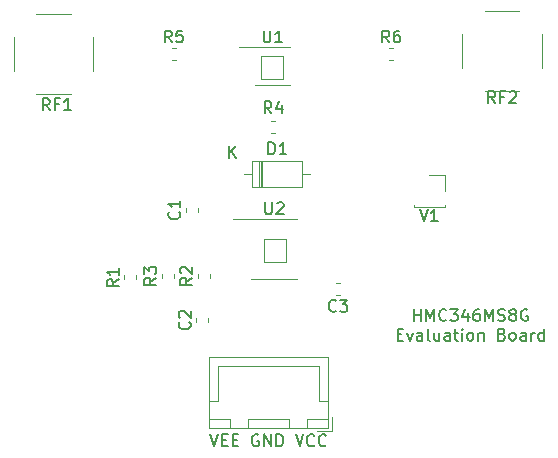
<source format=gbr>
G04 #@! TF.GenerationSoftware,KiCad,Pcbnew,(5.1.2)-2*
G04 #@! TF.CreationDate,2019-07-11T10:47:11+08:00*
G04 #@! TF.ProjectId,HMC346AMS8GE,484d4333-3436-4414-9d53-3847452e6b69,rev?*
G04 #@! TF.SameCoordinates,Original*
G04 #@! TF.FileFunction,Legend,Top*
G04 #@! TF.FilePolarity,Positive*
%FSLAX46Y46*%
G04 Gerber Fmt 4.6, Leading zero omitted, Abs format (unit mm)*
G04 Created by KiCad (PCBNEW (5.1.2)-2) date 2019-07-11 10:47:11*
%MOMM*%
%LPD*%
G04 APERTURE LIST*
%ADD10C,0.150000*%
%ADD11C,0.120000*%
G04 APERTURE END LIST*
D10*
X155210476Y-109736380D02*
X155210476Y-108736380D01*
X155210476Y-109212571D02*
X155781904Y-109212571D01*
X155781904Y-109736380D02*
X155781904Y-108736380D01*
X156258095Y-109736380D02*
X156258095Y-108736380D01*
X156591428Y-109450666D01*
X156924761Y-108736380D01*
X156924761Y-109736380D01*
X157972380Y-109641142D02*
X157924761Y-109688761D01*
X157781904Y-109736380D01*
X157686666Y-109736380D01*
X157543809Y-109688761D01*
X157448571Y-109593523D01*
X157400952Y-109498285D01*
X157353333Y-109307809D01*
X157353333Y-109164952D01*
X157400952Y-108974476D01*
X157448571Y-108879238D01*
X157543809Y-108784000D01*
X157686666Y-108736380D01*
X157781904Y-108736380D01*
X157924761Y-108784000D01*
X157972380Y-108831619D01*
X158305714Y-108736380D02*
X158924761Y-108736380D01*
X158591428Y-109117333D01*
X158734285Y-109117333D01*
X158829523Y-109164952D01*
X158877142Y-109212571D01*
X158924761Y-109307809D01*
X158924761Y-109545904D01*
X158877142Y-109641142D01*
X158829523Y-109688761D01*
X158734285Y-109736380D01*
X158448571Y-109736380D01*
X158353333Y-109688761D01*
X158305714Y-109641142D01*
X159781904Y-109069714D02*
X159781904Y-109736380D01*
X159543809Y-108688761D02*
X159305714Y-109403047D01*
X159924761Y-109403047D01*
X160734285Y-108736380D02*
X160543809Y-108736380D01*
X160448571Y-108784000D01*
X160400952Y-108831619D01*
X160305714Y-108974476D01*
X160258095Y-109164952D01*
X160258095Y-109545904D01*
X160305714Y-109641142D01*
X160353333Y-109688761D01*
X160448571Y-109736380D01*
X160639047Y-109736380D01*
X160734285Y-109688761D01*
X160781904Y-109641142D01*
X160829523Y-109545904D01*
X160829523Y-109307809D01*
X160781904Y-109212571D01*
X160734285Y-109164952D01*
X160639047Y-109117333D01*
X160448571Y-109117333D01*
X160353333Y-109164952D01*
X160305714Y-109212571D01*
X160258095Y-109307809D01*
X161258095Y-109736380D02*
X161258095Y-108736380D01*
X161591428Y-109450666D01*
X161924761Y-108736380D01*
X161924761Y-109736380D01*
X162353333Y-109688761D02*
X162496190Y-109736380D01*
X162734285Y-109736380D01*
X162829523Y-109688761D01*
X162877142Y-109641142D01*
X162924761Y-109545904D01*
X162924761Y-109450666D01*
X162877142Y-109355428D01*
X162829523Y-109307809D01*
X162734285Y-109260190D01*
X162543809Y-109212571D01*
X162448571Y-109164952D01*
X162400952Y-109117333D01*
X162353333Y-109022095D01*
X162353333Y-108926857D01*
X162400952Y-108831619D01*
X162448571Y-108784000D01*
X162543809Y-108736380D01*
X162781904Y-108736380D01*
X162924761Y-108784000D01*
X163496190Y-109164952D02*
X163400952Y-109117333D01*
X163353333Y-109069714D01*
X163305714Y-108974476D01*
X163305714Y-108926857D01*
X163353333Y-108831619D01*
X163400952Y-108784000D01*
X163496190Y-108736380D01*
X163686666Y-108736380D01*
X163781904Y-108784000D01*
X163829523Y-108831619D01*
X163877142Y-108926857D01*
X163877142Y-108974476D01*
X163829523Y-109069714D01*
X163781904Y-109117333D01*
X163686666Y-109164952D01*
X163496190Y-109164952D01*
X163400952Y-109212571D01*
X163353333Y-109260190D01*
X163305714Y-109355428D01*
X163305714Y-109545904D01*
X163353333Y-109641142D01*
X163400952Y-109688761D01*
X163496190Y-109736380D01*
X163686666Y-109736380D01*
X163781904Y-109688761D01*
X163829523Y-109641142D01*
X163877142Y-109545904D01*
X163877142Y-109355428D01*
X163829523Y-109260190D01*
X163781904Y-109212571D01*
X163686666Y-109164952D01*
X164829523Y-108784000D02*
X164734285Y-108736380D01*
X164591428Y-108736380D01*
X164448571Y-108784000D01*
X164353333Y-108879238D01*
X164305714Y-108974476D01*
X164258095Y-109164952D01*
X164258095Y-109307809D01*
X164305714Y-109498285D01*
X164353333Y-109593523D01*
X164448571Y-109688761D01*
X164591428Y-109736380D01*
X164686666Y-109736380D01*
X164829523Y-109688761D01*
X164877142Y-109641142D01*
X164877142Y-109307809D01*
X164686666Y-109307809D01*
X153829523Y-110862571D02*
X154162857Y-110862571D01*
X154305714Y-111386380D02*
X153829523Y-111386380D01*
X153829523Y-110386380D01*
X154305714Y-110386380D01*
X154639047Y-110719714D02*
X154877142Y-111386380D01*
X155115238Y-110719714D01*
X155924761Y-111386380D02*
X155924761Y-110862571D01*
X155877142Y-110767333D01*
X155781904Y-110719714D01*
X155591428Y-110719714D01*
X155496190Y-110767333D01*
X155924761Y-111338761D02*
X155829523Y-111386380D01*
X155591428Y-111386380D01*
X155496190Y-111338761D01*
X155448571Y-111243523D01*
X155448571Y-111148285D01*
X155496190Y-111053047D01*
X155591428Y-111005428D01*
X155829523Y-111005428D01*
X155924761Y-110957809D01*
X156543809Y-111386380D02*
X156448571Y-111338761D01*
X156400952Y-111243523D01*
X156400952Y-110386380D01*
X157353333Y-110719714D02*
X157353333Y-111386380D01*
X156924761Y-110719714D02*
X156924761Y-111243523D01*
X156972380Y-111338761D01*
X157067619Y-111386380D01*
X157210476Y-111386380D01*
X157305714Y-111338761D01*
X157353333Y-111291142D01*
X158258095Y-111386380D02*
X158258095Y-110862571D01*
X158210476Y-110767333D01*
X158115238Y-110719714D01*
X157924761Y-110719714D01*
X157829523Y-110767333D01*
X158258095Y-111338761D02*
X158162857Y-111386380D01*
X157924761Y-111386380D01*
X157829523Y-111338761D01*
X157781904Y-111243523D01*
X157781904Y-111148285D01*
X157829523Y-111053047D01*
X157924761Y-111005428D01*
X158162857Y-111005428D01*
X158258095Y-110957809D01*
X158591428Y-110719714D02*
X158972380Y-110719714D01*
X158734285Y-110386380D02*
X158734285Y-111243523D01*
X158781904Y-111338761D01*
X158877142Y-111386380D01*
X158972380Y-111386380D01*
X159305714Y-111386380D02*
X159305714Y-110719714D01*
X159305714Y-110386380D02*
X159258095Y-110434000D01*
X159305714Y-110481619D01*
X159353333Y-110434000D01*
X159305714Y-110386380D01*
X159305714Y-110481619D01*
X159924761Y-111386380D02*
X159829523Y-111338761D01*
X159781904Y-111291142D01*
X159734285Y-111195904D01*
X159734285Y-110910190D01*
X159781904Y-110814952D01*
X159829523Y-110767333D01*
X159924761Y-110719714D01*
X160067619Y-110719714D01*
X160162857Y-110767333D01*
X160210476Y-110814952D01*
X160258095Y-110910190D01*
X160258095Y-111195904D01*
X160210476Y-111291142D01*
X160162857Y-111338761D01*
X160067619Y-111386380D01*
X159924761Y-111386380D01*
X160686666Y-110719714D02*
X160686666Y-111386380D01*
X160686666Y-110814952D02*
X160734285Y-110767333D01*
X160829523Y-110719714D01*
X160972380Y-110719714D01*
X161067619Y-110767333D01*
X161115238Y-110862571D01*
X161115238Y-111386380D01*
X162686666Y-110862571D02*
X162829523Y-110910190D01*
X162877142Y-110957809D01*
X162924761Y-111053047D01*
X162924761Y-111195904D01*
X162877142Y-111291142D01*
X162829523Y-111338761D01*
X162734285Y-111386380D01*
X162353333Y-111386380D01*
X162353333Y-110386380D01*
X162686666Y-110386380D01*
X162781904Y-110434000D01*
X162829523Y-110481619D01*
X162877142Y-110576857D01*
X162877142Y-110672095D01*
X162829523Y-110767333D01*
X162781904Y-110814952D01*
X162686666Y-110862571D01*
X162353333Y-110862571D01*
X163496190Y-111386380D02*
X163400952Y-111338761D01*
X163353333Y-111291142D01*
X163305714Y-111195904D01*
X163305714Y-110910190D01*
X163353333Y-110814952D01*
X163400952Y-110767333D01*
X163496190Y-110719714D01*
X163639047Y-110719714D01*
X163734285Y-110767333D01*
X163781904Y-110814952D01*
X163829523Y-110910190D01*
X163829523Y-111195904D01*
X163781904Y-111291142D01*
X163734285Y-111338761D01*
X163639047Y-111386380D01*
X163496190Y-111386380D01*
X164686666Y-111386380D02*
X164686666Y-110862571D01*
X164639047Y-110767333D01*
X164543809Y-110719714D01*
X164353333Y-110719714D01*
X164258095Y-110767333D01*
X164686666Y-111338761D02*
X164591428Y-111386380D01*
X164353333Y-111386380D01*
X164258095Y-111338761D01*
X164210476Y-111243523D01*
X164210476Y-111148285D01*
X164258095Y-111053047D01*
X164353333Y-111005428D01*
X164591428Y-111005428D01*
X164686666Y-110957809D01*
X165162857Y-111386380D02*
X165162857Y-110719714D01*
X165162857Y-110910190D02*
X165210476Y-110814952D01*
X165258095Y-110767333D01*
X165353333Y-110719714D01*
X165448571Y-110719714D01*
X166210476Y-111386380D02*
X166210476Y-110386380D01*
X166210476Y-111338761D02*
X166115238Y-111386380D01*
X165924761Y-111386380D01*
X165829523Y-111338761D01*
X165781904Y-111291142D01*
X165734285Y-111195904D01*
X165734285Y-110910190D01*
X165781904Y-110814952D01*
X165829523Y-110767333D01*
X165924761Y-110719714D01*
X166115238Y-110719714D01*
X166210476Y-110767333D01*
D11*
X144156000Y-87315000D02*
X142306000Y-87315000D01*
X144156000Y-87365000D02*
X144156000Y-87315000D01*
X144156000Y-89215000D02*
X144156000Y-87365000D01*
X142306000Y-89215000D02*
X144156000Y-89215000D01*
X142306000Y-87315000D02*
X142306000Y-89215000D01*
X144410000Y-102809000D02*
X142560000Y-102809000D01*
X144410000Y-102859000D02*
X144410000Y-102809000D01*
X144410000Y-104709000D02*
X144410000Y-102859000D01*
X142560000Y-104709000D02*
X144410000Y-104709000D01*
X142560000Y-102809000D02*
X142560000Y-104709000D01*
X123264000Y-83767000D02*
X126164000Y-83767000D01*
X123264000Y-90477000D02*
X126164000Y-90477000D01*
X128069000Y-85672000D02*
X128069000Y-88572000D01*
X121359000Y-85672000D02*
X121359000Y-88572000D01*
X141517000Y-96162000D02*
X141517000Y-98402000D01*
X141517000Y-98402000D02*
X145757000Y-98402000D01*
X145757000Y-98402000D02*
X145757000Y-96162000D01*
X145757000Y-96162000D02*
X141517000Y-96162000D01*
X140867000Y-97282000D02*
X141517000Y-97282000D01*
X146407000Y-97282000D02*
X145757000Y-97282000D01*
X142237000Y-96162000D02*
X142237000Y-98402000D01*
X142357000Y-96162000D02*
X142357000Y-98402000D01*
X142117000Y-96162000D02*
X142117000Y-98402000D01*
X159332000Y-85418000D02*
X159332000Y-88318000D01*
X166042000Y-85418000D02*
X166042000Y-88318000D01*
X161237000Y-90223000D02*
X164137000Y-90223000D01*
X161237000Y-83513000D02*
X164137000Y-83513000D01*
X131701000Y-106216267D02*
X131701000Y-105873733D01*
X130681000Y-106216267D02*
X130681000Y-105873733D01*
X137924000Y-106089267D02*
X137924000Y-105746733D01*
X136904000Y-106089267D02*
X136904000Y-105746733D01*
X133856000Y-106089267D02*
X133856000Y-105746733D01*
X134876000Y-106089267D02*
X134876000Y-105746733D01*
X135888000Y-100501267D02*
X135888000Y-100158733D01*
X136908000Y-100501267D02*
X136908000Y-100158733D01*
X136777000Y-109835767D02*
X136777000Y-109493233D01*
X137797000Y-109835767D02*
X137797000Y-109493233D01*
X148951767Y-106551000D02*
X148609233Y-106551000D01*
X148951767Y-107571000D02*
X148609233Y-107571000D01*
X143256000Y-89748000D02*
X144756000Y-89748000D01*
X143256000Y-89748000D02*
X141756000Y-89748000D01*
X143256000Y-86528000D02*
X144756000Y-86528000D01*
X143256000Y-86528000D02*
X140381000Y-86528000D01*
X143427267Y-93855000D02*
X143084733Y-93855000D01*
X143427267Y-92835000D02*
X143084733Y-92835000D01*
X134702733Y-86612000D02*
X135045267Y-86612000D01*
X134702733Y-87632000D02*
X135045267Y-87632000D01*
X153117733Y-87632000D02*
X153460267Y-87632000D01*
X153117733Y-86612000D02*
X153460267Y-86612000D01*
X155197500Y-100072500D02*
X157857500Y-100072500D01*
X155197500Y-99952500D02*
X155197500Y-100072500D01*
X157857500Y-99952500D02*
X157857500Y-100072500D01*
X157857500Y-97412500D02*
X157857500Y-98742500D01*
X156527500Y-97412500D02*
X157857500Y-97412500D01*
X147975000Y-118792000D02*
X147975000Y-112822000D01*
X147975000Y-112822000D02*
X137855000Y-112822000D01*
X137855000Y-112822000D02*
X137855000Y-118792000D01*
X137855000Y-118792000D02*
X147975000Y-118792000D01*
X144665000Y-118782000D02*
X144665000Y-118032000D01*
X144665000Y-118032000D02*
X141165000Y-118032000D01*
X141165000Y-118032000D02*
X141165000Y-118782000D01*
X141165000Y-118782000D02*
X144665000Y-118782000D01*
X147965000Y-118782000D02*
X147965000Y-118032000D01*
X147965000Y-118032000D02*
X146165000Y-118032000D01*
X146165000Y-118032000D02*
X146165000Y-118782000D01*
X146165000Y-118782000D02*
X147965000Y-118782000D01*
X139665000Y-118782000D02*
X139665000Y-118032000D01*
X139665000Y-118032000D02*
X137865000Y-118032000D01*
X137865000Y-118032000D02*
X137865000Y-118782000D01*
X137865000Y-118782000D02*
X139665000Y-118782000D01*
X147965000Y-116532000D02*
X147215000Y-116532000D01*
X147215000Y-116532000D02*
X147215000Y-113582000D01*
X147215000Y-113582000D02*
X142915000Y-113582000D01*
X137865000Y-116532000D02*
X138615000Y-116532000D01*
X138615000Y-116532000D02*
X138615000Y-113582000D01*
X138615000Y-113582000D02*
X142915000Y-113582000D01*
X147015000Y-119082000D02*
X148265000Y-119082000D01*
X148265000Y-119082000D02*
X148265000Y-117832000D01*
X143383000Y-106192000D02*
X145333000Y-106192000D01*
X143383000Y-106192000D02*
X141433000Y-106192000D01*
X143383000Y-101072000D02*
X145333000Y-101072000D01*
X143383000Y-101072000D02*
X139933000Y-101072000D01*
D10*
X124372761Y-91892380D02*
X124039428Y-91416190D01*
X123801333Y-91892380D02*
X123801333Y-90892380D01*
X124182285Y-90892380D01*
X124277523Y-90940000D01*
X124325142Y-90987619D01*
X124372761Y-91082857D01*
X124372761Y-91225714D01*
X124325142Y-91320952D01*
X124277523Y-91368571D01*
X124182285Y-91416190D01*
X123801333Y-91416190D01*
X125134666Y-91368571D02*
X124801333Y-91368571D01*
X124801333Y-91892380D02*
X124801333Y-90892380D01*
X125277523Y-90892380D01*
X126182285Y-91892380D02*
X125610857Y-91892380D01*
X125896571Y-91892380D02*
X125896571Y-90892380D01*
X125801333Y-91035238D01*
X125706095Y-91130476D01*
X125610857Y-91178095D01*
X142898904Y-95614380D02*
X142898904Y-94614380D01*
X143137000Y-94614380D01*
X143279857Y-94662000D01*
X143375095Y-94757238D01*
X143422714Y-94852476D01*
X143470333Y-95042952D01*
X143470333Y-95185809D01*
X143422714Y-95376285D01*
X143375095Y-95471523D01*
X143279857Y-95566761D01*
X143137000Y-95614380D01*
X142898904Y-95614380D01*
X144422714Y-95614380D02*
X143851285Y-95614380D01*
X144137000Y-95614380D02*
X144137000Y-94614380D01*
X144041761Y-94757238D01*
X143946523Y-94852476D01*
X143851285Y-94900095D01*
X139565095Y-95934380D02*
X139565095Y-94934380D01*
X140136523Y-95934380D02*
X139707952Y-95362952D01*
X140136523Y-94934380D02*
X139565095Y-95505809D01*
X162091761Y-91257380D02*
X161758428Y-90781190D01*
X161520333Y-91257380D02*
X161520333Y-90257380D01*
X161901285Y-90257380D01*
X161996523Y-90305000D01*
X162044142Y-90352619D01*
X162091761Y-90447857D01*
X162091761Y-90590714D01*
X162044142Y-90685952D01*
X161996523Y-90733571D01*
X161901285Y-90781190D01*
X161520333Y-90781190D01*
X162853666Y-90733571D02*
X162520333Y-90733571D01*
X162520333Y-91257380D02*
X162520333Y-90257380D01*
X162996523Y-90257380D01*
X163329857Y-90352619D02*
X163377476Y-90305000D01*
X163472714Y-90257380D01*
X163710809Y-90257380D01*
X163806047Y-90305000D01*
X163853666Y-90352619D01*
X163901285Y-90447857D01*
X163901285Y-90543095D01*
X163853666Y-90685952D01*
X163282238Y-91257380D01*
X163901285Y-91257380D01*
X130213380Y-106211666D02*
X129737190Y-106545000D01*
X130213380Y-106783095D02*
X129213380Y-106783095D01*
X129213380Y-106402142D01*
X129261000Y-106306904D01*
X129308619Y-106259285D01*
X129403857Y-106211666D01*
X129546714Y-106211666D01*
X129641952Y-106259285D01*
X129689571Y-106306904D01*
X129737190Y-106402142D01*
X129737190Y-106783095D01*
X130213380Y-105259285D02*
X130213380Y-105830714D01*
X130213380Y-105545000D02*
X129213380Y-105545000D01*
X129356238Y-105640238D01*
X129451476Y-105735476D01*
X129499095Y-105830714D01*
X136436380Y-106084666D02*
X135960190Y-106418000D01*
X136436380Y-106656095D02*
X135436380Y-106656095D01*
X135436380Y-106275142D01*
X135484000Y-106179904D01*
X135531619Y-106132285D01*
X135626857Y-106084666D01*
X135769714Y-106084666D01*
X135864952Y-106132285D01*
X135912571Y-106179904D01*
X135960190Y-106275142D01*
X135960190Y-106656095D01*
X135531619Y-105703714D02*
X135484000Y-105656095D01*
X135436380Y-105560857D01*
X135436380Y-105322761D01*
X135484000Y-105227523D01*
X135531619Y-105179904D01*
X135626857Y-105132285D01*
X135722095Y-105132285D01*
X135864952Y-105179904D01*
X136436380Y-105751333D01*
X136436380Y-105132285D01*
X133388380Y-106084666D02*
X132912190Y-106418000D01*
X133388380Y-106656095D02*
X132388380Y-106656095D01*
X132388380Y-106275142D01*
X132436000Y-106179904D01*
X132483619Y-106132285D01*
X132578857Y-106084666D01*
X132721714Y-106084666D01*
X132816952Y-106132285D01*
X132864571Y-106179904D01*
X132912190Y-106275142D01*
X132912190Y-106656095D01*
X132388380Y-105751333D02*
X132388380Y-105132285D01*
X132769333Y-105465619D01*
X132769333Y-105322761D01*
X132816952Y-105227523D01*
X132864571Y-105179904D01*
X132959809Y-105132285D01*
X133197904Y-105132285D01*
X133293142Y-105179904D01*
X133340761Y-105227523D01*
X133388380Y-105322761D01*
X133388380Y-105608476D01*
X133340761Y-105703714D01*
X133293142Y-105751333D01*
X135325142Y-100496666D02*
X135372761Y-100544285D01*
X135420380Y-100687142D01*
X135420380Y-100782380D01*
X135372761Y-100925238D01*
X135277523Y-101020476D01*
X135182285Y-101068095D01*
X134991809Y-101115714D01*
X134848952Y-101115714D01*
X134658476Y-101068095D01*
X134563238Y-101020476D01*
X134468000Y-100925238D01*
X134420380Y-100782380D01*
X134420380Y-100687142D01*
X134468000Y-100544285D01*
X134515619Y-100496666D01*
X135420380Y-99544285D02*
X135420380Y-100115714D01*
X135420380Y-99830000D02*
X134420380Y-99830000D01*
X134563238Y-99925238D01*
X134658476Y-100020476D01*
X134706095Y-100115714D01*
X136214142Y-109831166D02*
X136261761Y-109878785D01*
X136309380Y-110021642D01*
X136309380Y-110116880D01*
X136261761Y-110259738D01*
X136166523Y-110354976D01*
X136071285Y-110402595D01*
X135880809Y-110450214D01*
X135737952Y-110450214D01*
X135547476Y-110402595D01*
X135452238Y-110354976D01*
X135357000Y-110259738D01*
X135309380Y-110116880D01*
X135309380Y-110021642D01*
X135357000Y-109878785D01*
X135404619Y-109831166D01*
X135404619Y-109450214D02*
X135357000Y-109402595D01*
X135309380Y-109307357D01*
X135309380Y-109069261D01*
X135357000Y-108974023D01*
X135404619Y-108926404D01*
X135499857Y-108878785D01*
X135595095Y-108878785D01*
X135737952Y-108926404D01*
X136309380Y-109497833D01*
X136309380Y-108878785D01*
X148613833Y-108848142D02*
X148566214Y-108895761D01*
X148423357Y-108943380D01*
X148328119Y-108943380D01*
X148185261Y-108895761D01*
X148090023Y-108800523D01*
X148042404Y-108705285D01*
X147994785Y-108514809D01*
X147994785Y-108371952D01*
X148042404Y-108181476D01*
X148090023Y-108086238D01*
X148185261Y-107991000D01*
X148328119Y-107943380D01*
X148423357Y-107943380D01*
X148566214Y-107991000D01*
X148613833Y-108038619D01*
X148947166Y-107943380D02*
X149566214Y-107943380D01*
X149232880Y-108324333D01*
X149375738Y-108324333D01*
X149470976Y-108371952D01*
X149518595Y-108419571D01*
X149566214Y-108514809D01*
X149566214Y-108752904D01*
X149518595Y-108848142D01*
X149470976Y-108895761D01*
X149375738Y-108943380D01*
X149090023Y-108943380D01*
X148994785Y-108895761D01*
X148947166Y-108848142D01*
X142494095Y-85140380D02*
X142494095Y-85949904D01*
X142541714Y-86045142D01*
X142589333Y-86092761D01*
X142684571Y-86140380D01*
X142875047Y-86140380D01*
X142970285Y-86092761D01*
X143017904Y-86045142D01*
X143065523Y-85949904D01*
X143065523Y-85140380D01*
X144065523Y-86140380D02*
X143494095Y-86140380D01*
X143779809Y-86140380D02*
X143779809Y-85140380D01*
X143684571Y-85283238D01*
X143589333Y-85378476D01*
X143494095Y-85426095D01*
X143152833Y-92146380D02*
X142819500Y-91670190D01*
X142581404Y-92146380D02*
X142581404Y-91146380D01*
X142962357Y-91146380D01*
X143057595Y-91194000D01*
X143105214Y-91241619D01*
X143152833Y-91336857D01*
X143152833Y-91479714D01*
X143105214Y-91574952D01*
X143057595Y-91622571D01*
X142962357Y-91670190D01*
X142581404Y-91670190D01*
X144009976Y-91479714D02*
X144009976Y-92146380D01*
X143771880Y-91098761D02*
X143533785Y-91813047D01*
X144152833Y-91813047D01*
X134707333Y-86144380D02*
X134374000Y-85668190D01*
X134135904Y-86144380D02*
X134135904Y-85144380D01*
X134516857Y-85144380D01*
X134612095Y-85192000D01*
X134659714Y-85239619D01*
X134707333Y-85334857D01*
X134707333Y-85477714D01*
X134659714Y-85572952D01*
X134612095Y-85620571D01*
X134516857Y-85668190D01*
X134135904Y-85668190D01*
X135612095Y-85144380D02*
X135135904Y-85144380D01*
X135088285Y-85620571D01*
X135135904Y-85572952D01*
X135231142Y-85525333D01*
X135469238Y-85525333D01*
X135564476Y-85572952D01*
X135612095Y-85620571D01*
X135659714Y-85715809D01*
X135659714Y-85953904D01*
X135612095Y-86049142D01*
X135564476Y-86096761D01*
X135469238Y-86144380D01*
X135231142Y-86144380D01*
X135135904Y-86096761D01*
X135088285Y-86049142D01*
X153122333Y-86144380D02*
X152789000Y-85668190D01*
X152550904Y-86144380D02*
X152550904Y-85144380D01*
X152931857Y-85144380D01*
X153027095Y-85192000D01*
X153074714Y-85239619D01*
X153122333Y-85334857D01*
X153122333Y-85477714D01*
X153074714Y-85572952D01*
X153027095Y-85620571D01*
X152931857Y-85668190D01*
X152550904Y-85668190D01*
X153979476Y-85144380D02*
X153789000Y-85144380D01*
X153693761Y-85192000D01*
X153646142Y-85239619D01*
X153550904Y-85382476D01*
X153503285Y-85572952D01*
X153503285Y-85953904D01*
X153550904Y-86049142D01*
X153598523Y-86096761D01*
X153693761Y-86144380D01*
X153884238Y-86144380D01*
X153979476Y-86096761D01*
X154027095Y-86049142D01*
X154074714Y-85953904D01*
X154074714Y-85715809D01*
X154027095Y-85620571D01*
X153979476Y-85572952D01*
X153884238Y-85525333D01*
X153693761Y-85525333D01*
X153598523Y-85572952D01*
X153550904Y-85620571D01*
X153503285Y-85715809D01*
X155717976Y-100290380D02*
X156051309Y-101290380D01*
X156384642Y-100290380D01*
X157241785Y-101290380D02*
X156670357Y-101290380D01*
X156956071Y-101290380D02*
X156956071Y-100290380D01*
X156860833Y-100433238D01*
X156765595Y-100528476D01*
X156670357Y-100576095D01*
X137962619Y-119334380D02*
X138295952Y-120334380D01*
X138629285Y-119334380D01*
X138962619Y-119810571D02*
X139295952Y-119810571D01*
X139438809Y-120334380D02*
X138962619Y-120334380D01*
X138962619Y-119334380D01*
X139438809Y-119334380D01*
X139867380Y-119810571D02*
X140200714Y-119810571D01*
X140343571Y-120334380D02*
X139867380Y-120334380D01*
X139867380Y-119334380D01*
X140343571Y-119334380D01*
X142057857Y-119382000D02*
X141962619Y-119334380D01*
X141819761Y-119334380D01*
X141676904Y-119382000D01*
X141581666Y-119477238D01*
X141534047Y-119572476D01*
X141486428Y-119762952D01*
X141486428Y-119905809D01*
X141534047Y-120096285D01*
X141581666Y-120191523D01*
X141676904Y-120286761D01*
X141819761Y-120334380D01*
X141915000Y-120334380D01*
X142057857Y-120286761D01*
X142105476Y-120239142D01*
X142105476Y-119905809D01*
X141915000Y-119905809D01*
X142534047Y-120334380D02*
X142534047Y-119334380D01*
X143105476Y-120334380D01*
X143105476Y-119334380D01*
X143581666Y-120334380D02*
X143581666Y-119334380D01*
X143819761Y-119334380D01*
X143962619Y-119382000D01*
X144057857Y-119477238D01*
X144105476Y-119572476D01*
X144153095Y-119762952D01*
X144153095Y-119905809D01*
X144105476Y-120096285D01*
X144057857Y-120191523D01*
X143962619Y-120286761D01*
X143819761Y-120334380D01*
X143581666Y-120334380D01*
X145200714Y-119334380D02*
X145534047Y-120334380D01*
X145867380Y-119334380D01*
X146772142Y-120239142D02*
X146724523Y-120286761D01*
X146581666Y-120334380D01*
X146486428Y-120334380D01*
X146343571Y-120286761D01*
X146248333Y-120191523D01*
X146200714Y-120096285D01*
X146153095Y-119905809D01*
X146153095Y-119762952D01*
X146200714Y-119572476D01*
X146248333Y-119477238D01*
X146343571Y-119382000D01*
X146486428Y-119334380D01*
X146581666Y-119334380D01*
X146724523Y-119382000D01*
X146772142Y-119429619D01*
X147772142Y-120239142D02*
X147724523Y-120286761D01*
X147581666Y-120334380D01*
X147486428Y-120334380D01*
X147343571Y-120286761D01*
X147248333Y-120191523D01*
X147200714Y-120096285D01*
X147153095Y-119905809D01*
X147153095Y-119762952D01*
X147200714Y-119572476D01*
X147248333Y-119477238D01*
X147343571Y-119382000D01*
X147486428Y-119334380D01*
X147581666Y-119334380D01*
X147724523Y-119382000D01*
X147772142Y-119429619D01*
X142621095Y-99684380D02*
X142621095Y-100493904D01*
X142668714Y-100589142D01*
X142716333Y-100636761D01*
X142811571Y-100684380D01*
X143002047Y-100684380D01*
X143097285Y-100636761D01*
X143144904Y-100589142D01*
X143192523Y-100493904D01*
X143192523Y-99684380D01*
X143621095Y-99779619D02*
X143668714Y-99732000D01*
X143763952Y-99684380D01*
X144002047Y-99684380D01*
X144097285Y-99732000D01*
X144144904Y-99779619D01*
X144192523Y-99874857D01*
X144192523Y-99970095D01*
X144144904Y-100112952D01*
X143573476Y-100684380D01*
X144192523Y-100684380D01*
M02*

</source>
